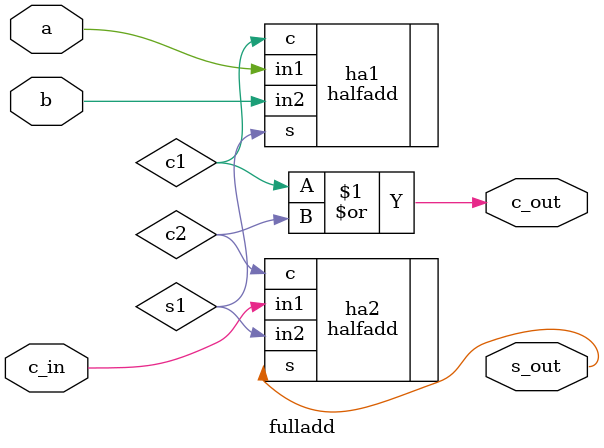
<source format=v>
module fulladd(c_in, a, b, s_out, c_out);
    input c_in;
    input a;
    input b;
    output s_out;
    output c_out;

    wire s1;
    wire c1;
    wire c2;

    halfadd ha1 (
        .in1(a),
        .in2(b),
        .s(s1),
        .c(c1)
    );
    halfadd ha2 (
        .in1(c_in),
        .in2(s1),
        .s(s_out),
        .c(c2)
    );
    or carry (c_out, c1, c2);
endmodule

</source>
